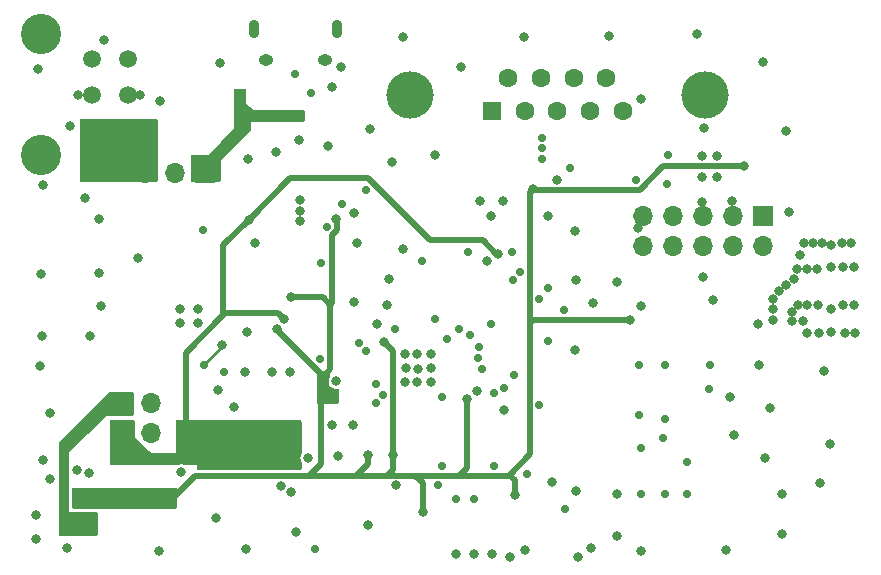
<source format=gbr>
%TF.GenerationSoftware,KiCad,Pcbnew,7.0.6*%
%TF.CreationDate,2023-10-08T21:10:43-06:00*%
%TF.ProjectId,CAN-USB RF Module,43414e2d-5553-4422-9052-46204d6f6475,2.0*%
%TF.SameCoordinates,Original*%
%TF.FileFunction,Copper,L3,Inr*%
%TF.FilePolarity,Positive*%
%FSLAX46Y46*%
G04 Gerber Fmt 4.6, Leading zero omitted, Abs format (unit mm)*
G04 Created by KiCad (PCBNEW 7.0.6) date 2023-10-08 21:10:43*
%MOMM*%
%LPD*%
G01*
G04 APERTURE LIST*
G04 Aperture macros list*
%AMRoundRect*
0 Rectangle with rounded corners*
0 $1 Rounding radius*
0 $2 $3 $4 $5 $6 $7 $8 $9 X,Y pos of 4 corners*
0 Add a 4 corners polygon primitive as box body*
4,1,4,$2,$3,$4,$5,$6,$7,$8,$9,$2,$3,0*
0 Add four circle primitives for the rounded corners*
1,1,$1+$1,$2,$3*
1,1,$1+$1,$4,$5*
1,1,$1+$1,$6,$7*
1,1,$1+$1,$8,$9*
0 Add four rect primitives between the rounded corners*
20,1,$1+$1,$2,$3,$4,$5,0*
20,1,$1+$1,$4,$5,$6,$7,0*
20,1,$1+$1,$6,$7,$8,$9,0*
20,1,$1+$1,$8,$9,$2,$3,0*%
G04 Aperture macros list end*
%TA.AperFunction,ComponentPad*%
%ADD10R,1.700000X1.700000*%
%TD*%
%TA.AperFunction,ComponentPad*%
%ADD11O,1.700000X1.700000*%
%TD*%
%TA.AperFunction,ComponentPad*%
%ADD12C,4.000000*%
%TD*%
%TA.AperFunction,ComponentPad*%
%ADD13R,1.600000X1.600000*%
%TD*%
%TA.AperFunction,ComponentPad*%
%ADD14C,1.600000*%
%TD*%
%TA.AperFunction,ComponentPad*%
%ADD15O,0.890000X1.550000*%
%TD*%
%TA.AperFunction,ComponentPad*%
%ADD16O,1.250000X0.950000*%
%TD*%
%TA.AperFunction,ComponentPad*%
%ADD17RoundRect,0.250001X0.499999X-0.499999X0.499999X0.499999X-0.499999X0.499999X-0.499999X-0.499999X0*%
%TD*%
%TA.AperFunction,ComponentPad*%
%ADD18C,1.500000*%
%TD*%
%TA.AperFunction,ComponentPad*%
%ADD19C,3.410000*%
%TD*%
%TA.AperFunction,ViaPad*%
%ADD20C,0.800000*%
%TD*%
%TA.AperFunction,ViaPad*%
%ADD21C,0.700000*%
%TD*%
%TA.AperFunction,Conductor*%
%ADD22C,0.500000*%
%TD*%
%TA.AperFunction,Conductor*%
%ADD23C,0.250000*%
%TD*%
G04 APERTURE END LIST*
D10*
%TO.N,+5V*%
%TO.C,J3*%
X107391200Y-106857800D03*
D11*
%TO.N,/Power Regulator/5V*%
X107391200Y-104317800D03*
%TO.N,/Power Regulator/12V*%
X109931200Y-106857800D03*
%TO.N,/Power Regulator/FUSE_OUT*%
X109931200Y-104317800D03*
%TD*%
D12*
%TO.N,N/C*%
%TO.C,J6*%
X156826000Y-78232000D03*
X131826000Y-78232000D03*
D13*
%TO.N,unconnected-(J6-Pin_1-Pad1)*%
X138786000Y-79652000D03*
D14*
%TO.N,/CAN Tranciever/CD-*%
X141556000Y-79652000D03*
%TO.N,unconnected-(J6-Pin_3-Pad3)*%
X144326000Y-79652000D03*
%TO.N,unconnected-(J6-Pin_4-Pad4)*%
X147096000Y-79652000D03*
%TO.N,unconnected-(J6-Pin_5-Pad5)*%
X149866000Y-79652000D03*
%TO.N,unconnected-(J6-Pin_6-Pad6)*%
X140171000Y-76812000D03*
%TO.N,/CAN Tranciever/CD+*%
X142941000Y-76812000D03*
%TO.N,unconnected-(J6-Pin_8-Pad8)*%
X145711000Y-76812000D03*
%TO.N,unconnected-(J6-Pin_9-Pad9)*%
X148481000Y-76812000D03*
%TD*%
D15*
%TO.N,unconnected-(J4-Shield-Pad6)*%
%TO.C,J4*%
X125690000Y-72644000D03*
D16*
X124690000Y-75344000D03*
X119690000Y-75344000D03*
D15*
X118690000Y-72644000D03*
%TD*%
D17*
%TO.N,+12V*%
%TO.C,J2*%
X104947000Y-81232000D03*
D18*
%TO.N,GND*%
X104947000Y-78232000D03*
%TO.N,/Power Regulator/5V_UP*%
X104947000Y-75232000D03*
%TO.N,+12V*%
X107947000Y-81232000D03*
%TO.N,GND*%
X107947000Y-78232000D03*
%TO.N,/Power Regulator/5V_UP*%
X107947000Y-75232000D03*
D19*
%TO.N,N/C*%
X100627000Y-83382000D03*
X100627000Y-73082000D03*
%TD*%
D10*
%TO.N,+3V3*%
%TO.C,J1*%
X161766000Y-88487500D03*
D11*
%TO.N,/DEBUG_SWDIO*%
X161766000Y-91027500D03*
%TO.N,GND*%
X159226000Y-88487500D03*
%TO.N,/DEBUG_SWCLK*%
X159226000Y-91027500D03*
%TO.N,GND*%
X156686000Y-88487500D03*
%TO.N,/DEBUG_SWO*%
X156686000Y-91027500D03*
%TO.N,unconnected-(J1-Pin_7-Pad7)*%
X154146000Y-88487500D03*
%TO.N,unconnected-(J1-Pin_8-Pad8)*%
X154146000Y-91027500D03*
%TO.N,GND*%
X151606000Y-88487500D03*
%TO.N,/NRST*%
X151606000Y-91027500D03*
%TD*%
D10*
%TO.N,VBUS_UP*%
%TO.C,JP1*%
X114539000Y-84836000D03*
D11*
%TO.N,/Power Regulator/FUSE_IN*%
X111999000Y-84836000D03*
%TO.N,+12V*%
X109459000Y-84836000D03*
%TD*%
D20*
%TO.N,GND*%
X145923000Y-111760000D03*
X146050000Y-117348000D03*
X140335000Y-117348000D03*
%TO.N,+3V3*%
X140716000Y-112141000D03*
D21*
%TO.N,Net-(U2-PB4)*%
X144961500Y-113284000D03*
X144907000Y-96432500D03*
D20*
%TO.N,GND*%
X118172649Y-83702481D03*
X166915221Y-101637254D03*
X139827000Y-104902000D03*
X125614300Y-102504051D03*
X122503000Y-82042000D03*
X108839000Y-92075000D03*
X103632000Y-109982000D03*
X161290000Y-97663000D03*
X168529000Y-96012000D03*
X118714625Y-90823081D03*
X125722882Y-108832240D03*
X147320000Y-95885000D03*
X147193000Y-116586000D03*
X136176711Y-75872846D03*
X157842877Y-83447000D03*
X165100000Y-97382250D03*
X163982935Y-88189075D03*
X101346000Y-110744000D03*
X156689443Y-93700460D03*
X159099000Y-87217500D03*
X165989000Y-90805000D03*
X157480000Y-95631000D03*
X124931500Y-82550000D03*
X121666000Y-101722500D03*
X103061494Y-80929222D03*
D21*
X134585899Y-103834135D03*
D20*
X166330503Y-92964000D03*
X138811000Y-117094000D03*
X143910398Y-111035150D03*
X100203000Y-115824000D03*
X149352000Y-94107000D03*
X138409500Y-92329000D03*
X120142000Y-101722500D03*
X165481000Y-92964000D03*
X168529000Y-92837000D03*
X162560000Y-95504000D03*
X115749048Y-75547243D03*
X138684000Y-88519000D03*
X104340000Y-86995000D03*
X158633141Y-116760954D03*
X151399571Y-116841428D03*
X133936982Y-83316425D03*
X100711000Y-98679000D03*
X105679426Y-96136440D03*
X117856000Y-101727000D03*
X159258000Y-107061000D03*
X162560000Y-96393000D03*
X129032000Y-97663000D03*
X137522548Y-103320500D03*
X100746655Y-109159931D03*
X122174000Y-115257000D03*
X110584406Y-116841663D03*
X115462850Y-114074267D03*
X169418000Y-96012000D03*
X131476500Y-100175000D03*
X131476500Y-102588000D03*
X130048000Y-93853000D03*
X161787756Y-75483293D03*
X104648000Y-110236000D03*
X164211000Y-97409000D03*
X156166098Y-73121614D03*
X127381000Y-90805000D03*
X110713412Y-78771309D03*
X126040977Y-75910635D03*
X128456175Y-81152810D03*
X162306000Y-104775000D03*
X167386000Y-107823000D03*
X151155500Y-89503500D03*
X166370000Y-96012000D03*
X144309500Y-85433500D03*
X129921000Y-96012000D03*
X103787500Y-78232000D03*
X102792512Y-116624034D03*
X127089500Y-88265000D03*
X132520500Y-101445000D03*
X115570000Y-103251000D03*
X164338000Y-93853000D03*
X100357649Y-76092560D03*
X125222000Y-77597000D03*
X105529027Y-88808401D03*
X120486500Y-83104000D03*
X137795000Y-87249000D03*
X121793000Y-111887000D03*
X116967443Y-104650295D03*
X164719000Y-96012000D03*
X113919000Y-96393000D03*
X169418000Y-92837000D03*
X108966000Y-78232000D03*
X105537000Y-93345000D03*
X163703000Y-94361000D03*
X141544011Y-73391267D03*
X131496500Y-101420500D03*
X133635500Y-102588000D03*
X167513000Y-98298000D03*
X128270000Y-114681000D03*
X167513000Y-90932000D03*
X100560196Y-101205748D03*
X156709668Y-81036868D03*
X166553301Y-111151615D03*
X135763000Y-117094000D03*
X132492500Y-102588000D03*
X127000000Y-106172000D03*
X112506942Y-110192661D03*
X156559000Y-87344500D03*
X164211000Y-96647000D03*
X149352000Y-115570000D03*
X120904000Y-111379000D03*
X167513000Y-96393000D03*
X127127000Y-95758000D03*
X163322000Y-112014000D03*
X122569000Y-88057000D03*
X101346000Y-105156000D03*
X168656000Y-98425000D03*
X122569000Y-88950800D03*
X130302000Y-83947000D03*
X137287000Y-117094000D03*
X156559000Y-83407500D03*
X156559000Y-85185500D03*
X131271774Y-73355145D03*
X164846000Y-91821000D03*
X163322000Y-115443000D03*
X165481000Y-98425000D03*
D21*
X130556000Y-98044000D03*
D20*
X133635500Y-100175000D03*
X100753311Y-85869374D03*
X125222000Y-106172000D03*
X169545000Y-98425000D03*
X162560000Y-97282000D03*
X118066963Y-98335854D03*
X123241175Y-108988500D03*
X104775000Y-98679000D03*
X105960676Y-73589999D03*
X112395000Y-97536000D03*
X166497000Y-98425000D03*
X145796000Y-89789000D03*
X145796000Y-99822000D03*
X157829000Y-85185500D03*
X139700000Y-87249000D03*
X165227000Y-90805000D03*
X143568067Y-88498675D03*
X149352000Y-112014000D03*
X167513000Y-92837000D03*
X151403079Y-96148352D03*
X145945777Y-93909134D03*
X169164000Y-90805000D03*
X148719472Y-73252264D03*
X132492500Y-100175000D03*
X165481000Y-96012000D03*
X122580400Y-87172800D03*
X113919000Y-97536000D03*
X163068000Y-94869000D03*
X158988485Y-103865164D03*
X164592000Y-92964000D03*
X166751000Y-90805000D03*
X130709990Y-111309692D03*
X112395000Y-96393000D03*
X141595776Y-116755204D03*
X133655500Y-101420500D03*
X151397821Y-78581194D03*
X168402000Y-90805000D03*
X100596812Y-93438465D03*
X100203000Y-113792000D03*
X131257507Y-91279443D03*
X117983000Y-116731298D03*
X161885887Y-109040054D03*
X161417000Y-101092000D03*
X163732288Y-81311950D03*
D21*
%TO.N,/NRST*%
X143002000Y-81893994D03*
X132842000Y-92329000D03*
X124214500Y-100584000D03*
X124293500Y-92456000D03*
X153670000Y-83389998D03*
X123825000Y-116713000D03*
X153638000Y-85820500D03*
D20*
%TO.N,+3V3*%
X142240000Y-86233000D03*
X109093000Y-112395000D03*
X132969000Y-113538000D03*
X120618000Y-98076000D03*
X160115000Y-84296500D03*
X125603000Y-88773000D03*
X121793000Y-95377000D03*
X130429000Y-108712000D03*
X128270000Y-108712000D03*
X129650616Y-99170616D03*
X124690175Y-103632000D03*
X150495000Y-97282000D03*
X136653583Y-104013000D03*
%TO.N,+5V*%
X121412000Y-109347000D03*
X118187094Y-88821868D03*
X139336852Y-91698852D03*
X116332000Y-109347000D03*
X120015000Y-109347000D03*
X121194017Y-97211729D03*
X112903000Y-108458000D03*
D21*
%TO.N,/BOOT0*%
X141192965Y-93225918D03*
X141732000Y-110363000D03*
%TO.N,/CAN_STBY*%
X128143000Y-86308000D03*
X127520444Y-99261556D03*
%TO.N,/UART2_USB_TX*%
X129558500Y-103659591D03*
X126064219Y-87470954D03*
%TO.N,/UART2_USB_RX*%
X124841000Y-89408000D03*
X128943457Y-104330498D03*
%TO.N,/SPI1_SCK*%
X155321000Y-109347000D03*
X155321000Y-112014000D03*
%TO.N,/SPI1_MISO*%
X151384000Y-112014000D03*
X151384000Y-108164500D03*
%TO.N,/SPI1_MOSI*%
X153416000Y-112014000D03*
X153289000Y-107315000D03*
%TO.N,/DIO0*%
X153416000Y-101092000D03*
X153416000Y-105664000D03*
%TO.N,/DIO1*%
X151257000Y-105322500D03*
X151257000Y-101092000D03*
%TO.N,/CAN_RX*%
X137668000Y-99568000D03*
X140500700Y-91559602D03*
%TO.N,/CAN_TX*%
X136906000Y-98627500D03*
X136779000Y-91567000D03*
%TO.N,/SX_RESET*%
X142792230Y-95536580D03*
X142792465Y-104473500D03*
%TO.N,/DIO2*%
X143510000Y-94615000D03*
X143510000Y-99060000D03*
%TO.N,/DIO3*%
X140629000Y-101981000D03*
X140589000Y-93892500D03*
%TO.N,/DEBUG_SWO*%
X134005318Y-97196793D03*
X143002000Y-82793497D03*
%TO.N,/DEBUG_SWCLK*%
X143002000Y-83693000D03*
X135019500Y-98933000D03*
%TO.N,/DEBUG_SWDIO*%
X145415000Y-84455000D03*
X136017000Y-98044000D03*
X151003000Y-85439500D03*
D20*
%TO.N,/Power Regulator/5V*%
X102870000Y-114808000D03*
%TO.N,VBUS_UP*%
X122569000Y-79960000D03*
X117409000Y-80010000D03*
D21*
%TO.N,Net-(U2-PA10)*%
X135763000Y-112505750D03*
X137636109Y-100553780D03*
%TO.N,Net-(U2-PA9)*%
X137922000Y-101473000D03*
X137287000Y-112477750D03*
%TO.N,Net-(U2-PA1)*%
X128973710Y-102770500D03*
X134239000Y-111289500D03*
%TO.N,Net-(U3-OVLO)*%
X116078000Y-101727000D03*
X114300000Y-89662000D03*
D20*
%TO.N,Net-(R10-Pad1)*%
X115966502Y-99441000D03*
D21*
X114387500Y-101116100D03*
%TO.N,/DIO4*%
X157138500Y-103124000D03*
X157226000Y-101092000D03*
X138684000Y-97663000D03*
X139827000Y-103084500D03*
%TO.N,/DIO5*%
X128142500Y-99921875D03*
X138977500Y-109690500D03*
X138977500Y-103505000D03*
X134569200Y-109690500D03*
%TO.N,Net-(J4-D+)*%
X123519000Y-78105000D03*
X122090500Y-76472687D03*
%TD*%
D22*
%TO.N,+3V3*%
X140335000Y-110490000D02*
X140716000Y-110871000D01*
X140716000Y-110871000D02*
X140716000Y-112141000D01*
X139700000Y-110490000D02*
X140335000Y-110490000D01*
X136017000Y-110490000D02*
X139700000Y-110490000D01*
X139700000Y-110490000D02*
X140208000Y-110490000D01*
X128143000Y-110490000D02*
X129921000Y-110490000D01*
X153277371Y-84296500D02*
X151290371Y-86283500D01*
X132969000Y-113538000D02*
X132969000Y-111150400D01*
X132969000Y-111150400D02*
X132308600Y-110490000D01*
X141992965Y-94361000D02*
X141992965Y-86480035D01*
X125222000Y-95885000D02*
X125095000Y-96012000D01*
X125095000Y-96012000D02*
X124460000Y-95377000D01*
X125323600Y-110490000D02*
X128143000Y-110490000D01*
X130429000Y-109982000D02*
X129921000Y-110490000D01*
X125641000Y-89739371D02*
X125222000Y-90158371D01*
X124333000Y-101854000D02*
X124333000Y-102262871D01*
X128270000Y-109474000D02*
X127254000Y-110490000D01*
X113665000Y-110490000D02*
X125323600Y-110490000D01*
X109093000Y-112395000D02*
X111760000Y-112395000D01*
X111760000Y-112395000D02*
X113665000Y-110490000D01*
X125222000Y-90158371D02*
X125222000Y-95885000D01*
X124333000Y-103632000D02*
X124333000Y-104140000D01*
X140208000Y-110490000D02*
X141992965Y-108705035D01*
X136652000Y-104014583D02*
X136652000Y-109855000D01*
X125095000Y-101500870D02*
X125095000Y-96012000D01*
X136653583Y-104013000D02*
X136652000Y-104014583D01*
X132308600Y-110490000D02*
X136017000Y-110490000D01*
X125641000Y-88811000D02*
X125641000Y-89739371D01*
X124333000Y-103147825D02*
X124333000Y-103632000D01*
X125603000Y-88773000D02*
X125641000Y-88811000D01*
X124791435Y-101804435D02*
X124690175Y-101905695D01*
X120618000Y-98139000D02*
X124333000Y-101854000D01*
X150495000Y-97282000D02*
X142246965Y-97282000D01*
X127254000Y-110490000D02*
X128143000Y-110490000D01*
X124690175Y-103632000D02*
X124333000Y-103632000D01*
X142246965Y-97282000D02*
X141992965Y-97536000D01*
X136652000Y-109855000D02*
X136017000Y-110490000D01*
X130429000Y-108712000D02*
X130429000Y-99949000D01*
X130429000Y-99949000D02*
X129650616Y-99170616D01*
X130429000Y-108712000D02*
X130429000Y-109982000D01*
X124791435Y-101804435D02*
X125095000Y-101500870D01*
X124333000Y-102262871D02*
X124791435Y-101804435D01*
X129921000Y-110490000D02*
X132308600Y-110490000D01*
X151290371Y-86283500D02*
X142290500Y-86283500D01*
X141992965Y-86480035D02*
X142240000Y-86233000D01*
X160115000Y-84296500D02*
X153277371Y-84296500D01*
X124333000Y-109474000D02*
X123317000Y-110490000D01*
X120618000Y-98076000D02*
X120618000Y-98139000D01*
X141992965Y-108705035D02*
X141992965Y-94361000D01*
X124333000Y-104140000D02*
X124333000Y-109474000D01*
X128270000Y-108712000D02*
X128270000Y-109474000D01*
X142290500Y-86283500D02*
X142240000Y-86233000D01*
X124460000Y-95377000D02*
X121793000Y-95377000D01*
X124333000Y-102262871D02*
X124333000Y-103147825D01*
%TO.N,+5V*%
X116056453Y-90952509D02*
X118187094Y-88821868D01*
X107391200Y-106857800D02*
X108691200Y-108157800D01*
X128272871Y-85306500D02*
X121702462Y-85306500D01*
X112903000Y-108458000D02*
X112903000Y-100076000D01*
X133517371Y-90551000D02*
X128272871Y-85306500D01*
X138013368Y-90551000D02*
X133517371Y-90551000D01*
X121194017Y-97211729D02*
X120668288Y-96686000D01*
X139161220Y-91698852D02*
X138013368Y-90551000D01*
X116271453Y-96686000D02*
X116056453Y-96901000D01*
X121702462Y-85306500D02*
X118187094Y-88821868D01*
X139336852Y-91698852D02*
X139161220Y-91698852D01*
X120668288Y-96686000D02*
X116271453Y-96686000D01*
X116056453Y-96922547D02*
X116056453Y-96901000D01*
X112903000Y-100076000D02*
X116056453Y-96922547D01*
X116056453Y-96901000D02*
X116056453Y-90952509D01*
%TO.N,+12V*%
X107947000Y-81232000D02*
X107947000Y-83324000D01*
X107947000Y-83324000D02*
X109459000Y-84836000D01*
%TO.N,/Power Regulator/5V*%
X102616000Y-114554000D02*
X102616000Y-108204000D01*
X102616000Y-108204000D02*
X106502200Y-104317800D01*
X106502200Y-104317800D02*
X107391200Y-104317800D01*
X102870000Y-114808000D02*
X102616000Y-114554000D01*
%TO.N,VBUS_UP*%
X117409000Y-81458000D02*
X114539000Y-84328000D01*
X122519000Y-80010000D02*
X122569000Y-79960000D01*
X114539000Y-84328000D02*
X114539000Y-84836000D01*
X117409000Y-80010000D02*
X122519000Y-80010000D01*
X117409000Y-80010000D02*
X117409000Y-81458000D01*
D23*
%TO.N,Net-(R10-Pad1)*%
X115966502Y-99552498D02*
X114402900Y-101116100D01*
X115966502Y-99441000D02*
X115966502Y-99552498D01*
X114402900Y-101116100D02*
X114387500Y-101116100D01*
%TD*%
%TA.AperFunction,Conductor*%
%TO.N,+3V3*%
G36*
X125038039Y-101873685D02*
G01*
X125083794Y-101926489D01*
X125095000Y-101978000D01*
X125095000Y-102072630D01*
X125075315Y-102139669D01*
X125073050Y-102143070D01*
X125034081Y-102199526D01*
X125034080Y-102199527D01*
X124978062Y-102347232D01*
X124959022Y-102504050D01*
X124959022Y-102504051D01*
X124978062Y-102660869D01*
X125034079Y-102808572D01*
X125034080Y-102808574D01*
X125073051Y-102865033D01*
X125094933Y-102931385D01*
X125095000Y-102935471D01*
X125095000Y-102997000D01*
X125142732Y-102997000D01*
X125209771Y-103016685D01*
X125224957Y-103028182D01*
X125242060Y-103043334D01*
X125242062Y-103043335D01*
X125381934Y-103116747D01*
X125535314Y-103154551D01*
X125535315Y-103154551D01*
X125693285Y-103154551D01*
X125703322Y-103152077D01*
X125773123Y-103155144D01*
X125830186Y-103195462D01*
X125856393Y-103260231D01*
X125856999Y-103272473D01*
X125857000Y-104270000D01*
X125837316Y-104337039D01*
X125784512Y-104382794D01*
X125733000Y-104394000D01*
X124076000Y-104394000D01*
X124008961Y-104374315D01*
X123963206Y-104321511D01*
X123952000Y-104270000D01*
X123952000Y-101978000D01*
X123971685Y-101910961D01*
X124024489Y-101865206D01*
X124076000Y-101854000D01*
X124971000Y-101854000D01*
X125038039Y-101873685D01*
G37*
%TD.AperFunction*%
%TD*%
%TA.AperFunction,Conductor*%
%TO.N,/Power Regulator/5V*%
G36*
X108401039Y-103397685D02*
G01*
X108446794Y-103450489D01*
X108458000Y-103502000D01*
X108458000Y-105286000D01*
X108438315Y-105353039D01*
X108385511Y-105398794D01*
X108334000Y-105410000D01*
X106172000Y-105410000D01*
X102997000Y-108457999D01*
X102997000Y-109811240D01*
X102996548Y-109818720D01*
X102995763Y-109825180D01*
X102995763Y-109825182D01*
X102990868Y-109865499D01*
X102976722Y-109981999D01*
X102976722Y-109982000D01*
X102996548Y-110145283D01*
X102997000Y-110152763D01*
X102997000Y-111252000D01*
X102996999Y-111610703D01*
X102995739Y-111628333D01*
X102995500Y-111629996D01*
X102995500Y-113160005D01*
X102996644Y-113170641D01*
X102996999Y-113177271D01*
X102996999Y-113537999D01*
X102997000Y-113537999D01*
X102997000Y-113538000D01*
X103355699Y-113538000D01*
X103373343Y-113539262D01*
X103374398Y-113539413D01*
X103375000Y-113539500D01*
X103375003Y-113539500D01*
X105286000Y-113539500D01*
X105353039Y-113559185D01*
X105398794Y-113611989D01*
X105410000Y-113663500D01*
X105410000Y-115446000D01*
X105390315Y-115513039D01*
X105337511Y-115558794D01*
X105286000Y-115570000D01*
X102232000Y-115570000D01*
X102164961Y-115550315D01*
X102119206Y-115497511D01*
X102108000Y-115446000D01*
X102108000Y-107747361D01*
X102127685Y-107680322D01*
X102144314Y-107659685D01*
X106389680Y-103414319D01*
X106451004Y-103380834D01*
X106477362Y-103378000D01*
X108334000Y-103378000D01*
X108401039Y-103397685D01*
G37*
%TD.AperFunction*%
%TD*%
%TA.AperFunction,Conductor*%
%TO.N,VBUS_UP*%
G36*
X117926039Y-77743685D02*
G01*
X117971794Y-77796489D01*
X117983000Y-77848000D01*
X117983000Y-78994000D01*
X118618000Y-79502000D01*
X122174000Y-79502000D01*
X122812000Y-79502000D01*
X122879039Y-79521685D01*
X122924794Y-79574489D01*
X122936000Y-79626000D01*
X122936000Y-80394000D01*
X122916315Y-80461039D01*
X122863511Y-80506794D01*
X122812000Y-80518000D01*
X118364000Y-80518000D01*
X118364000Y-81228637D01*
X118344315Y-81295676D01*
X118327681Y-81316318D01*
X115823999Y-83820000D01*
X115824000Y-85474000D01*
X115804315Y-85541039D01*
X115751511Y-85586794D01*
X115700000Y-85598000D01*
X113408000Y-85598000D01*
X113340961Y-85578315D01*
X113295206Y-85525511D01*
X113284000Y-85474000D01*
X113284000Y-83436000D01*
X113303685Y-83368961D01*
X113356489Y-83323206D01*
X113408000Y-83312000D01*
X114807999Y-83312000D01*
X114808000Y-83312000D01*
X116967000Y-81026000D01*
X116967000Y-77847999D01*
X116986685Y-77780961D01*
X117039489Y-77735206D01*
X117091000Y-77724000D01*
X117859000Y-77724000D01*
X117926039Y-77743685D01*
G37*
%TD.AperFunction*%
%TD*%
%TA.AperFunction,Conductor*%
%TO.N,+12V*%
G36*
X110433039Y-80283685D02*
G01*
X110478794Y-80336489D01*
X110490000Y-80388000D01*
X110490000Y-85474000D01*
X110470315Y-85541039D01*
X110417511Y-85586794D01*
X110366000Y-85598000D01*
X104010000Y-85598000D01*
X103942961Y-85578315D01*
X103897206Y-85525511D01*
X103886000Y-85474000D01*
X103886000Y-80388000D01*
X103905685Y-80320961D01*
X103958489Y-80275206D01*
X104010000Y-80264000D01*
X110366000Y-80264000D01*
X110433039Y-80283685D01*
G37*
%TD.AperFunction*%
%TD*%
%TA.AperFunction,Conductor*%
%TO.N,+5V*%
G36*
X108528039Y-105810685D02*
G01*
X108573794Y-105863489D01*
X108585000Y-105915000D01*
X108584999Y-107315000D01*
X109749164Y-108373331D01*
X109982000Y-108585000D01*
X112014000Y-108585000D01*
X112014000Y-105915000D01*
X112033685Y-105847961D01*
X112086489Y-105802206D01*
X112138000Y-105791000D01*
X122558000Y-105791000D01*
X122625039Y-105810685D01*
X122670794Y-105863489D01*
X122682000Y-105915000D01*
X122681999Y-108614849D01*
X122663756Y-108676977D01*
X122664440Y-108677336D01*
X122662648Y-108680749D01*
X122662314Y-108681889D01*
X122661071Y-108683755D01*
X122660954Y-108683977D01*
X122604938Y-108831681D01*
X122585897Y-108988499D01*
X122585897Y-108988500D01*
X122604938Y-109145318D01*
X122660955Y-109293024D01*
X122664439Y-109299662D01*
X122662932Y-109300452D01*
X122681932Y-109358064D01*
X122681999Y-109362150D01*
X122682000Y-109865500D01*
X122662316Y-109932539D01*
X122609512Y-109978294D01*
X122558000Y-109989500D01*
X113916000Y-109989500D01*
X113848961Y-109969815D01*
X113803206Y-109917011D01*
X113792000Y-109865500D01*
X113792000Y-109601000D01*
X112809949Y-109601000D01*
X112752322Y-109586796D01*
X112739305Y-109579964D01*
X112585928Y-109542161D01*
X112585927Y-109542161D01*
X112427957Y-109542161D01*
X112427956Y-109542161D01*
X112274578Y-109579964D01*
X112261562Y-109586796D01*
X112203935Y-109601000D01*
X106550000Y-109601000D01*
X106482961Y-109581315D01*
X106437206Y-109528511D01*
X106426000Y-109477000D01*
X106426000Y-105915000D01*
X106445685Y-105847961D01*
X106498489Y-105802206D01*
X106550000Y-105791000D01*
X108461000Y-105791000D01*
X108528039Y-105810685D01*
G37*
%TD.AperFunction*%
%TD*%
%TA.AperFunction,Conductor*%
%TO.N,+3V3*%
G36*
X112084039Y-111525685D02*
G01*
X112129794Y-111578489D01*
X112141000Y-111630000D01*
X112141000Y-113160000D01*
X112121315Y-113227039D01*
X112068511Y-113272794D01*
X112017000Y-113284000D01*
X103375000Y-113284000D01*
X103307961Y-113264315D01*
X103262206Y-113211511D01*
X103251000Y-113160000D01*
X103251000Y-111630000D01*
X103270685Y-111562961D01*
X103323489Y-111517206D01*
X103375000Y-111506000D01*
X112017000Y-111506000D01*
X112084039Y-111525685D01*
G37*
%TD.AperFunction*%
%TD*%
M02*

</source>
